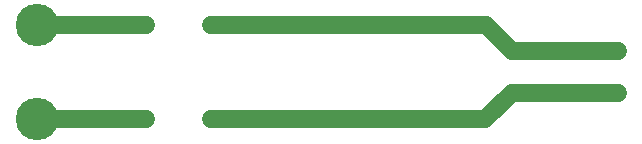
<source format=gbr>
G04 #@! TF.GenerationSoftware,KiCad,Pcbnew,(5.0.2)-1*
G04 #@! TF.CreationDate,2020-02-27T16:12:16-06:00*
G04 #@! TF.ProjectId,tri-slot-feedlines,7472692d-736c-46f7-942d-666565646c69,rev?*
G04 #@! TF.SameCoordinates,Original*
G04 #@! TF.FileFunction,Copper,L2,Bot*
G04 #@! TF.FilePolarity,Positive*
%FSLAX46Y46*%
G04 Gerber Fmt 4.6, Leading zero omitted, Abs format (unit mm)*
G04 Created by KiCad (PCBNEW (5.0.2)-1) date 2/27/2020 4:12:16 PM*
%MOMM*%
%LPD*%
G01*
G04 APERTURE LIST*
G04 #@! TA.AperFunction,ComponentPad*
%ADD10C,3.600000*%
G04 #@! TD*
G04 #@! TA.AperFunction,ViaPad*
%ADD11C,0.800000*%
G04 #@! TD*
G04 #@! TA.AperFunction,Conductor*
%ADD12C,1.500000*%
G04 #@! TD*
G04 APERTURE END LIST*
D10*
G04 #@! TO.P,slot_l1,1*
G04 #@! TO.N,Net-(C1-Pad2)*
X1750000Y-4000000D03*
G04 #@! TD*
G04 #@! TO.P,slot_r1,1*
G04 #@! TO.N,Net-(C2-Pad2)*
X1750000Y4000000D03*
G04 #@! TD*
D11*
G04 #@! TO.N,/feed_l*
X21000000Y-4000000D03*
X25750000Y-4000000D03*
X30750000Y-4000000D03*
X42000000Y-1760010D03*
X46000000Y-1800000D03*
X50000000Y-1760010D03*
X16500000Y-4000000D03*
X39750000Y-4000000D03*
X35500000Y-4000000D03*
G04 #@! TO.N,Net-(C1-Pad2)*
X7000000Y-4000000D03*
X11000000Y-4000000D03*
G04 #@! TO.N,Net-(C2-Pad2)*
X7000000Y4000000D03*
X11000000Y4000000D03*
G04 #@! TO.N,/feed_r*
X21000000Y4000000D03*
X25750000Y4000000D03*
X30750000Y4000000D03*
X42000000Y1800000D03*
X46000000Y1760010D03*
X50000000Y1760010D03*
X16500000Y4000000D03*
X39800000Y4000000D03*
X35500000Y4000000D03*
G04 #@! TD*
D12*
G04 #@! TO.N,/feed_l*
X21000000Y-4000000D02*
X29000000Y-4000000D01*
X21000000Y-4000000D02*
X16500000Y-4000000D01*
X46039990Y-1760010D02*
X51000000Y-1760010D01*
X41989990Y-1760010D02*
X45960010Y-1760010D01*
X39750000Y-4000000D02*
X41989990Y-1760010D01*
X29000000Y-4000000D02*
X37750000Y-4000000D01*
X33500000Y-4000000D02*
X39750000Y-4000000D01*
G04 #@! TO.N,Net-(C1-Pad2)*
X11000000Y-4000000D02*
X2750000Y-4000000D01*
G04 #@! TO.N,Net-(C2-Pad2)*
X11000000Y4000000D02*
X2750000Y4000000D01*
G04 #@! TO.N,/feed_r*
X21000000Y4000000D02*
X29000000Y4000000D01*
X21000000Y4000000D02*
X16500000Y4000000D01*
X42039990Y1760010D02*
X51000000Y1760010D01*
X39800000Y4000000D02*
X41960010Y1839990D01*
X36250000Y4000000D02*
X39800000Y4000000D01*
X36250000Y4000000D02*
X37800000Y4000000D01*
X29000000Y4000000D02*
X36250000Y4000000D01*
G04 #@! TD*
M02*

</source>
